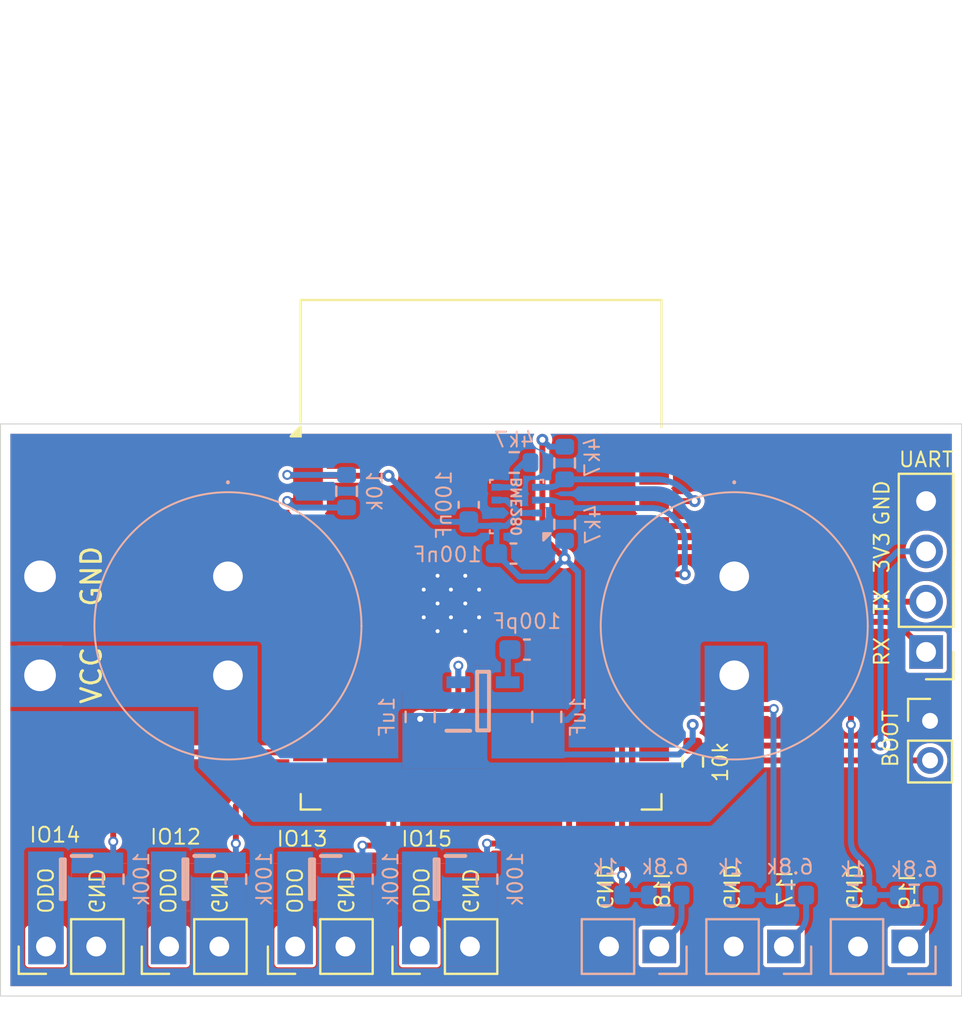
<source format=kicad_pcb>
(kicad_pcb (version 20241229) (generator "pcbnew") (generator_version "9.0")
  (layers (0 "F.Cu" signal) (2 "B.Cu" signal) (13 "F.Paste" user) (15 "B.Paste" user) (5 "F.SilkS" user "F.Silkscreen") (7 "B.SilkS" user "B.Silkscreen") (1 "F.Mask" user) (3 "B.Mask" user) (25 "Edge.Cuts" user))
  (net 0 "")
  (net 1 "Net-(U302-SDO)")
  (net 2 "BOOT")
  (net 3 "Net-(U301-EN)")
  (net 7 "SCL")
  (net 9 "SDA")
  (net 16 "TXD0")
  (net 20 "RXD0")
  (net 28 "+3V3")
  (net 29 "GND")
  (net 30 "EN")
  (net 31 "BYP{slash}ADJ")
  (net 32 "VCC")
  (net 33 "IO12")
  (net 34 "IO14")
  (net 35 "IO13")
  (net 36 "IO15")
  (net 37 "IO17")
  (net 38 "IO18")
  (net 39 "IO19")
  (net 40 "IO16")
  (net 41 "/IO/OpenDrainOutput/OpenDran")
  (net 42 "/IO/OpenDrainOutput1/OpenDran")
  (net 43 "/IO/OpenDrainOutput2/OpenDran")
  (net 44 "/IO/OpenDrainOutput3/OpenDran")
  (net 45 "Net-(J310-Pin_1)")
  (net 46 "Net-(J311-Pin_1)")
  (net 47 "Net-(J312-Pin_1)")
  (footprint "Connector_PinHeader_2.54mm:PinHeader_1x02_P2.54mm_Vertical" (layer "F.Cu") (at 118.4 76.9 90)
    (property "Reference" "J305" (hide yes))
    (property "Value" "OpenDrain")
    (pad "1" thru_hole rect (at 0 0 90) (size 1.7 1.7) (drill 1) (layers "*.Cu" "*.Mask") (net 41 "/IO/OpenDrainOutput/OpenDran"))
    (pad "2" thru_hole circle (at 0 2.54 90) (size 1.7 1.7) (drill 1) (layers "*.Cu" "*.Mask") (net 29 "GND"))
  )
  (footprint "Connector_Wire:SolderWire-0.75sqmm_1x01_D1.25mm_OD2.3mm" (layer "F.Cu") (at 118.1 63.2)
    (property "Reference" "J303" (hide yes))
    (property "Value" "VCC" (at 2.6 0 270) (layer "F.SilkS"))
    (pad "1" thru_hole roundrect (at 0 0) (size 2.6 2.6) (drill 1.6) (layers "*.Cu" "*.Mask") (roundrect_rratio 0.096154) (net 32 "VCC"))
  )
  (footprint "RF_Module:ESP32-WROOM-32D" (layer "F.Cu") (at 140.4 60.1)
    (property "Reference" "U301" (hide yes))
    (property "Value" "ESP32-WROOM-32E")
    (pad "1" smd rect (at -8.75 -8.25) (size 1.5 0.9) (layers "F.Cu" "F.Mask" "F.Paste") (net 29 "GND"))
    (pad "2" smd rect (at -8.75 -6.98) (size 1.5 0.9) (layers "F.Cu" "F.Mask" "F.Paste") (net 28 "+3V3"))
    (pad "3" smd rect (at -8.75 -5.71) (size 1.5 0.9) (layers "F.Cu" "F.Mask" "F.Paste") (net 3 "Net-(U301-EN)"))
    (pad "4" smd rect (at -8.75 -4.44) (size 1.5 0.9) (layers "F.Cu" "F.Mask" "F.Paste"))
    (pad "5" smd rect (at -8.75 -3.17) (size 1.5 0.9) (layers "F.Cu" "F.Mask" "F.Paste"))
    (pad "6" smd rect (at -8.75 -1.9) (size 1.5 0.9) (layers "F.Cu" "F.Mask" "F.Paste"))
    (pad "7" smd rect (at -8.75 -0.63) (size 1.5 0.9) (layers "F.Cu" "F.Mask" "F.Paste"))
    (pad "8" smd rect (at -8.75 0.64) (size 1.5 0.9) (layers "F.Cu" "F.Mask" "F.Paste"))
    (pad "9" smd rect (at -8.75 1.91) (size 1.5 0.9) (layers "F.Cu" "F.Mask" "F.Paste"))
    (pad "10" smd rect (at -8.75 3.18) (size 1.5 0.9) (layers "F.Cu" "F.Mask" "F.Paste"))
    (pad "11" smd rect (at -8.75 4.45) (size 1.5 0.9) (layers "F.Cu" "F.Mask" "F.Paste"))
    (pad "12" smd rect (at -8.75 5.72) (size 1.5 0.9) (layers "F.Cu" "F.Mask" "F.Paste"))
    (pad "13" smd rect (at -8.75 6.99) (size 1.5 0.9) (layers "F.Cu" "F.Mask" "F.Paste") (net 34 "IO14"))
    (pad "14" smd rect (at -8.75 8.26) (size 1.5 0.9) (layers "F.Cu" "F.Mask" "F.Paste") (net 33 "IO12"))
    (pad "15" smd rect (at -5.71 9.51 90) (size 1.5 0.9) (layers "F.Cu" "F.Mask" "F.Paste") (net 29 "GND"))
    (pad "16" smd rect (at -4.44 9.51 90) (size 1.5 0.9) (layers "F.Cu" "F.Mask" "F.Paste") (net 35 "IO13"))
    (pad "17" smd rect (at -3.17 9.51 90) (size 1.5 0.9) (layers "F.Cu" "F.Mask" "F.Paste"))
    (pad "18" smd rect (at -1.9 9.51 90) (size 1.5 0.9) (layers "F.Cu" "F.Mask" "F.Paste"))
    (pad "19" smd rect (at -0.63 9.51 90) (size 1.5 0.9) (layers "F.Cu" "F.Mask" "F.Paste"))
    (pad "20" smd rect (at 0.64 9.51 90) (size 1.5 0.9) (layers "F.Cu" "F.Mask" "F.Paste"))
    (pad "21" smd rect (at 1.91 9.51 90) (size 1.5 0.9) (layers "F.Cu" "F.Mask" "F.Paste"))
    (pad "22" smd rect (at 3.18 9.51 90) (size 1.5 0.9) (layers "F.Cu" "F.Mask" "F.Paste"))
    (pad "23" smd rect (at 4.45 9.51 90) (size 1.5 0.9) (layers "F.Cu" "F.Mask" "F.Paste") (net 36 "IO15"))
    (pad "24" smd rect (at 5.72 9.51 90) (size 1.5 0.9) (layers "F.Cu" "F.Mask" "F.Paste"))
    (pad "25" smd rect (at 8.75 8.26) (size 1.5 0.9) (layers "F.Cu" "F.Mask" "F.Paste") (net 2 "BOOT"))
    (pad "26" smd rect (at 8.75 6.99) (size 1.5 0.9) (layers "F.Cu" "F.Mask" "F.Paste"))
    (pad "27" smd rect (at 8.75 5.72) (size 1.5 0.9) (layers "F.Cu" "F.Mask" "F.Paste") (net 40 "IO16"))
    (pad "28" smd rect (at 8.75 4.45) (size 1.5 0.9) (layers "F.Cu" "F.Mask" "F.Paste") (net 37 "IO17"))
    (pad "29" smd rect (at 8.75 3.18) (size 1.5 0.9) (layers "F.Cu" "F.Mask" "F.Paste"))
    (pad "30" smd rect (at 8.75 1.91) (size 1.5 0.9) (layers "F.Cu" "F.Mask" "F.Paste") (net 38 "IO18"))
    (pad "31" smd rect (at 8.75 0.64) (size 1.5 0.9) (layers "F.Cu" "F.Mask" "F.Paste") (net 39 "IO19"))
    (pad "32" smd rect (at 8.75 -0.63) (size 1.5 0.9) (layers "F.Cu" "F.Mask" "F.Paste"))
    (pad "33" smd rect (at 8.75 -1.9) (size 1.5 0.9) (layers "F.Cu" "F.Mask" "F.Paste") (net 9 "SDA"))
    (pad "34" smd rect (at 8.75 -3.17) (size 1.5 0.9) (layers "F.Cu" "F.Mask" "F.Paste") (net 20 "RXD0"))
    (pad "35" smd rect (at 8.75 -4.44) (size 1.5 0.9) (layers "F.Cu" "F.Mask" "F.Paste") (net 16 "TXD0"))
    (pad "36" smd rect (at 8.75 -5.71) (size 1.5 0.9) (layers "F.Cu" "F.Mask" "F.Paste") (net 7 "SCL"))
    (pad "37" smd rect (at 8.75 -6.98) (size 1.5 0.9) (layers "F.Cu" "F.Mask" "F.Paste"))
    (pad "38" smd rect (at 8.75 -8.25) (size 1.5 0.9) (layers "F.Cu" "F.Mask" "F.Paste") (net 29 "GND"))
    (pad "39" smd rect (at -2.9 -1.93) (size 0.9 0.9) (layers "F.Cu" "F.Paste") (net 29 "GND"))
    (pad "39" thru_hole circle (at -2.9 -1.23) (size 0.6 0.6) (drill 0.2) (property pad_prop_heatsink) (layers "*.Cu" "F.Mask") (net 29 "GND"))
    (pad "39" smd rect (at -2.9 -0.53) (size 0.9 0.9) (layers "F.Cu" "F.Paste") (net 29 "GND"))
    (pad "39" thru_hole circle (at -2.9 0.17) (size 0.6 0.6) (drill 0.2) (property pad_prop_heatsink) (layers "*.Cu" "F.Mask") (net 29 "GND"))
    (pad "39" smd rect (at -2.9 0.87) (size 0.9 0.9) (layers "F.Cu" "F.Paste") (net 29 "GND"))
    (pad "39" thru_hole circle (at -2.2 -1.93) (size 0.6 0.6) (drill 0.2) (property pad_prop_heatsink) (layers "*.Cu" "F.Mask") (net 29 "GND"))
    (pad "39" thru_hole circle (at -2.2 -0.53) (size 0.6 0.6) (drill 0.2) (property pad_prop_heatsink) (layers "*.Cu" "F.Mask") (net 29 "GND"))
    (pad "39" thru_hole circle (at -2.2 0.87) (size 0.6 0.6) (drill 0.2) (property pad_prop_heatsink) (layers "*.Cu" "F.Mask") (net 29 "GND"))
    (pad "39" thru_hole circle (at -1.525 -1.23) (size 0.6 0.6) (drill 0.2) (property pad_prop_heatsink) (layers "*.Cu" "F.Mask") (net 29 "GND"))
    (pad "39" thru_hole circle (at -1.525 0.17) (size 0.6 0.6) (drill 0.2) (property pad_prop_heatsink) (layers "*.Cu" "F.Mask") (net 29 "GND"))
    (pad "39" smd rect (at -1.5 -1.93) (size 0.9 0.9) (layers "F.Cu" "F.Paste") (net 29 "GND"))
    (pad "39" smd rect (at -1.5 -0.53) (size 0.9 0.9) (layers "F.Cu" "F.Paste") (net 29 "GND"))
    (pad "39" smd rect (at -1.5 -0.53) (size 3.8 3.8) (property pad_prop_heatsink) (layers "F.Cu" "F.Mask") (net 29 "GND"))
    (pad "39" smd rect (at -1.5 0.87) (size 0.9 0.9) (layers "F.Cu" "F.Paste") (net 29 "GND"))
    (pad "39" thru_hole circle (at -0.8 -1.93) (size 0.6 0.6) (drill 0.2) (property pad_prop_heatsink) (layers "*.Cu" "F.Mask") (net 29 "GND"))
    (pad "39" thru_hole circle (at -0.8 -0.53) (size 0.6 0.6) (drill 0.2) (property pad_prop_heatsink) (layers "*.Cu" "F.Mask") (net 29 "GND"))
    (pad "39" thru_hole circle (at -0.8 0.87) (size 0.6 0.6) (drill 0.2) (property pad_prop_heatsink) (layers "*.Cu" "F.Mask") (net 29 "GND"))
    (pad "39" smd rect (at -0.1 -1.93) (size 0.9 0.9) (layers "F.Cu" "F.Paste") (net 29 "GND"))
    (pad "39" thru_hole circle (at -0.1 -1.23) (size 0.6 0.6) (drill 0.2) (property pad_prop_heatsink) (layers "*.Cu" "F.Mask") (net 29 "GND"))
    (pad "39" smd rect (at -0.1 -0.53) (size 0.9 0.9) (layers "F.Cu" "F.Paste") (net 29 "GND"))
    (pad "39" thru_hole circle (at -0.1 0.17) (size 0.6 0.6) (drill 0.2) (property pad_prop_heatsink) (layers "*.Cu" "F.Mask") (net 29 "GND"))
    (pad "39" smd rect (at -0.1 0.87) (size 0.9 0.9) (layers "F.Cu" "F.Paste") (net 29 "GND"))
    (zone (net 0) (net_name "") (layers "F.Cu" "B.Cu") (connect_pads (clearance 0)) (min_thickness 0.254)
      (keepout (tracks not_allowed) (vias not_allowed) (pads not_allowed) (copperpour not_allowed) (footprints not_allowed))
      (fill (thermal_gap 0.508) (thermal_bridge_width 0.508))
      (polygon (pts (xy 116.4 50.55) (xy 164.4 50.55) (xy 164.4 29.36) (xy 116.4 29.36)))
    )
  )
  (footprint "Connector_PinHeader_2.54mm:PinHeader_1x02_P2.54mm_Vertical" (layer "F.Cu") (at 131 76.9 90)
    (property "Reference" "J307" (hide yes))
    (property "Value" "OpenDrain")
    (pad "1" thru_hole rect (at 0 0 90) (size 1.7 1.7) (drill 1) (layers "*.Cu" "*.Mask") (net 43 "/IO/OpenDrainOutput2/OpenDran"))
    (pad "2" thru_hole circle (at 0 2.54 90) (size 1.7 1.7) (drill 1) (layers "*.Cu" "*.Mask") (net 29 "GND"))
  )
  (footprint "Connector_PinHeader_2.00mm:PinHeader_1x02_P2.00mm_Vertical" (layer "F.Cu") (at 163.1 65.5)
    (property "Reference" "J301" (hide yes))
    (property "Value" "BOOT" (at -2 0.9 90) (layer "F.SilkS") (effects (font (size 0.75 0.75) (thickness 0.1))))
    (pad "1" thru_hole rect (at 0 0) (size 1.35 1.35) (drill 0.8) (layers "*.Cu" "*.Mask") (net 29 "GND"))
    (pad "2" thru_hole circle (at 0 2) (size 1.35 1.35) (drill 0.8) (layers "*.Cu" "*.Mask") (net 2 "BOOT"))
  )
  (footprint "Nettie_Jan:NetTie-2_SMD_Pad0.3mm" (layer "F.Cu") (at 138.219332 65.4 180)
    (property "Reference" "NT301" (hide yes))
    (property "Value" "0.3" (hide yes))
    (fp_poly (pts (xy -0.5 -0.15) (xy 0.5 -0.15) (xy 0.5 0.15) (xy -0.5 0.15)) (fill yes) (layer "F.Cu"))
    (pad "1" smd circle (at -0.5 0 180) (size 0.3 0.3) (layers "F.Cu") (net 30 "EN"))
    (pad "2" smd circle (at 0.5 0 180) (size 0.3 0.3) (layers "F.Cu") (net 32 "VCC"))
  )
  (footprint "Connector_PinHeader_2.54mm:PinHeader_1x02_P2.54mm_Vertical" (layer "F.Cu") (at 124.625 76.9 90)
    (property "Reference" "J306" (hide yes))
    (property "Value" "OpenDrain")
    (pad "1" thru_hole rect (at 0 0 90) (size 1.7 1.7) (drill 1) (layers "*.Cu" "*.Mask") (net 42 "/IO/OpenDrainOutput1/OpenDran"))
    (pad "2" thru_hole circle (at 0 2.54 90) (size 1.7 1.7) (drill 1) (layers "*.Cu" "*.Mask") (net 29 "GND"))
  )
  (footprint "Connector_PinHeader_2.54mm:PinHeader_1x02_P2.54mm_Vertical" (layer "F.Cu") (at 137.3 76.9 90)
    (property "Reference" "J308" (hide yes))
    (property "Value" "OpenDrain")
    (pad "1" thru_hole rect (at 0 0 90) (size 1.7 1.7) (drill 1) (layers "*.Cu" "*.Mask") (net 44 "/IO/OpenDrainOutput3/OpenDran"))
    (pad "2" thru_hole circle (at 0 2.54 90) (size 1.7 1.7) (drill 1) (layers "*.Cu" "*.Mask") (net 29 "GND"))
  )
  (footprint "Connector_Wire:SolderWire-0.75sqmm_1x01_D1.25mm_OD2.3mm" (layer "F.Cu") (at 118.1 58.2)
    (property "Reference" "J304" (hide yes))
    (property "Value" "GND" (at 2.6 0 270) (layer "F.SilkS"))
    (pad "1" thru_hole roundrect (at 0 0) (size 2.6 2.6) (drill 1.6) (layers "*.Cu" "*.Mask") (roundrect_rratio 0.096154) (net 29 "GND"))
  )
  (footprint "Connector_PinHeader_2.54mm:PinHeader_1x04_P2.54mm_Vertical" (layer "F.Cu") (at 162.9 62.02 180)
    (property "Reference" "J302" (hide yes))
    (property "Value" "UART" (at 0 9.72 180) (layer "F.SilkS") (effects (font (size 0.75 0.75) (thickness 0.1))))
    (pad "1" thru_hole rect (at 0 0 180) (size 1.7 1.7) (drill 1) (layers "*.Cu" "*.Mask") (net 20 "RXD0"))
    (pad "2" thru_hole circle (at 0 2.54 180) (size 1.7 1.7) (drill 1) (layers "*.Cu" "*.Mask") (net 16 "TXD0"))
    (pad "3" thru_hole circle (at 0 5.08 180) (size 1.7 1.7) (drill 1) (layers "*.Cu" "*.Mask") (net 28 "+3V3"))
    (pad "4" thru_hole circle (at 0 7.62 180) (size 1.7 1.7) (drill 1) (layers "*.Cu" "*.Mask") (net 29 "GND"))
  )
  (footprint "Resistor_SMD:R_0603_1608Metric" (layer "F.Cu") (at 151.1 67.575 -90)
    (property "Reference" "RE_BOOT301" (hide yes))
    (property "Value" "10k" (at 0 -1.4 90) (layer "F.SilkS") (effects (font (size 0.75 0.75) (thickness 0.1))))
    (pad "1" smd roundrect (at -0.825 0 270) (size 0.8 0.95) (layers "F.Cu" "F.Mask" "F.Paste") (net 28 "+3V3"))
    (pad "2" smd roundrect (at 0.825 0 270) (size 0.8 0.95) (layers "F.Cu" "F.Mask" "F.Paste") (net 2 "BOOT"))
  )
  (footprint "Resistor_SMD:R_0603_1608Metric" (layer "B.Cu") (at 142.075 52.45)
    (property "Reference" "R301" (hide yes))
    (property "Value" "4k7" (at 0 -1.15 0) (layer "B.SilkS") (effects (font (size 0.75 0.75) (thickness 0.1)) (justify mirror)))
    (pad "1" smd roundrect (at -0.825 0) (size 0.8 0.95) (layers "B.Cu" "B.Mask" "B.Paste") (net 29 "GND"))
    (pad "2" smd roundrect (at 0.825 0) (size 0.8 0.95) (layers "B.Cu" "B.Mask" "B.Paste") (net 1 "Net-(U302-SDO)"))
  )
  (footprint "Resistor_SMD:R_0603_1608Metric" (layer "B.Cu") (at 149.71 74.3 180)
    (property "Reference" "R312" (hide yes))
    (property "Value" "6.8k" (at 0.01 1.425 0) (layer "B.SilkS") (effects (font (size 0.75 0.75) (thickness 0.1)) (justify mirror)))
    (pad "1" smd roundrect (at -0.825 0 180) (size 0.8 0.95) (layers "B.Cu" "B.Mask" "B.Paste") (net 46 "Net-(J311-Pin_1)"))
    (pad "2" smd roundrect (at 0.825 0 180) (size 0.8 0.95) (layers "B.Cu" "B.Mask" "B.Paste") (net 38 "IO18"))
  )
  (footprint "LibKiCad:SOT65P210X110-3N" (layer "B.Cu") (at 125.45 73.499547 180)
    (property "Reference" "Q302" (hide yes))
    (property "Value" "NX5020UNBKWX" (hide yes))
    (pad "1" smd rect (at -0.95 0.65 90) (size 0.55 1) (layers "B.Cu" "B.Mask" "B.Paste") (net 33 "IO12"))
    (pad "2" smd rect (at -0.95 -0.65 90) (size 0.55 1) (layers "B.Cu" "B.Mask" "B.Paste") (net 29 "GND"))
    (pad "3" smd rect (at 0.95 0 90) (size 0.55 1) (layers "B.Cu" "B.Mask" "B.Paste") (net 42 "/IO/OpenDrainOutput1/OpenDran"))
  )
  (footprint "LibKiCad:SOT65P210X110-3N" (layer "B.Cu") (at 131.85 73.5 180)
    (property "Reference" "Q303" (hide yes))
    (property "Value" "NX5020UNBKWX" (hide yes))
    (pad "1" smd rect (at -0.95 0.65 90) (size 0.55 1) (layers "B.Cu" "B.Mask" "B.Paste") (net 35 "IO13"))
    (pad "2" smd rect (at -0.95 -0.65 90) (size 0.55 1) (layers "B.Cu" "B.Mask" "B.Paste") (net 29 "GND"))
    (pad "3" smd rect (at 0.95 0 90) (size 0.55 1) (layers "B.Cu" "B.Mask" "B.Paste") (net 43 "/IO/OpenDrainOutput2/OpenDran"))
  )
  (footprint "Resistor_SMD:R_0603_1608Metric" (layer "B.Cu") (at 121.8 73.5 -90)
    (property "Reference" "R304" (hide yes))
    (property "Value" "100k" (at 0 -1.43 90) (layer "B.SilkS") (effects (font (size 0.75 0.75) (thickness 0.1)) (justify mirror)))
    (pad "1" smd roundrect (at -0.825 0 270) (size 0.8 0.95) (layers "B.Cu" "B.Mask" "B.Paste") (net 34 "IO14"))
    (pad "2" smd roundrect (at 0.825 0 270) (size 0.8 0.95) (layers "B.Cu" "B.Mask" "B.Paste") (net 29 "GND"))
  )
  (footprint "Resistor_SMD:R_0603_1608Metric" (layer "B.Cu") (at 128 73.499547 -90)
    (property "Reference" "R305" (hide yes))
    (property "Value" "100k" (at 0 -1.43 90) (layer "B.SilkS") (effects (font (size 0.75 0.75) (thickness 0.1)) (justify mirror)))
    (pad "1" smd roundrect (at -0.825 0 270) (size 0.8 0.95) (layers "B.Cu" "B.Mask" "B.Paste") (net 33 "IO12"))
    (pad "2" smd roundrect (at 0.825 0 270) (size 0.8 0.95) (layers "B.Cu" "B.Mask" "B.Paste") (net 29 "GND"))
  )
  (footprint "Capacitor_SMD:C_0805_2012Metric_Pad1.18x1.45mm_HandSolder" (layer "B.Cu") (at 143.719332 65.3 90)
    (property "Reference" "C306" (hide yes))
    (property "Value" "1uF" (at 0 1.580668 90) (layer "B.SilkS") (effects (font (size 0.75 0.75) (thickness 0.1)) (justify mirror)))
    (pad "1" smd roundrect (at -1.0375 0 90) (size 1.175 1.45) (layers "B.Cu" "B.Mask" "B.Paste") (roundrect_rratio 0.212766) (net 28 "+3V3"))
    (pad "2" smd roundrect (at 1.0375 0 90) (size 1.175 1.45) (layers "B.Cu" "B.Mask" "B.Paste") (roundrect_rratio 0.212766) (net 29 "GND"))
  )
  (footprint "LibKiCad:SOT65P210X110-3N" (layer "B.Cu") (at 119.25 73.5 180)
    (property "Reference" "Q301" (hide yes))
    (property "Value" "NX5020UNBKWX" (hide yes))
    (pad "1" smd rect (at -0.95 0.65 90) (size 0.55 1) (layers "B.Cu" "B.Mask" "B.Paste") (net 34 "IO14"))
    (pad "2" smd rect (at -0.95 -0.65 90) (size 0.55 1) (layers "B.Cu" "B.Mask" "B.Paste") (net 29 "GND"))
    (pad "3" smd rect (at 0.95 0 90) (size 0.55 1) (layers "B.Cu" "B.Mask" "B.Paste") (net 41 "/IO/OpenDrainOutput/OpenDran"))
  )
  (footprint "Connector_PinHeader_2.54mm:PinHeader_1x02_P2.54mm_Vertical" (layer "B.Cu") (at 155.71 76.9 90)
    (property "Reference" "J310" (hide yes))
    (property "Value" "Analog")
    (pad "1" thru_hole rect (at 0 0 90) (size 1.7 1.7) (drill 1) (layers "*.Cu" "*.Mask") (net 45 "Net-(J310-Pin_1)"))
    (pad "2" thru_hole circle (at 0 -2.54 90) (size 1.7 1.7) (drill 1) (layers "*.Cu" "*.Mask") (net 29 "GND"))
  )
  (footprint "Resistor_SMD:R_0603_1608Metric" (layer "B.Cu") (at 144.625 52.475 90)
    (property "Reference" "R302" (hide yes))
    (property "Value" "4k7" (at 0.3 1.4 90) (layer "B.SilkS") (effects (font (size 0.75 0.75) (thickness 0.1)) (justify mirror)))
    (pad "1" smd roundrect (at -0.825 0 90) (size 0.8 0.95) (layers "B.Cu" "B.Mask" "B.Paste") (net 7 "SCL"))
    (pad "2" smd roundrect (at 0.825 0 90) (size 0.8 0.95) (layers "B.Cu" "B.Mask" "B.Paste") (net 28 "+3V3"))
  )
  (footprint "Resistor_SMD:R_0603_1608Metric" (layer "B.Cu") (at 156.01 74.3 180)
    (property "Reference" "R310" (hide yes))
    (property "Value" "6.8k" (at 0 1.425 0) (layer "B.SilkS") (effects (font (size 0.75 0.75) (thickness 0.1)) (justify mirror)))
    (pad "1" smd roundrect (at -0.825 0 180) (size 0.8 0.95) (layers "B.Cu" "B.Mask" "B.Paste") (net 45 "Net-(J310-Pin_1)"))
    (pad "2" smd roundrect (at 0.825 0 180) (size 0.8 0.95) (layers "B.Cu" "B.Mask" "B.Paste") (net 37 "IO17"))
  )
  (footprint "Resistor_SMD:R_0603_1608Metric" (layer "B.Cu") (at 159.2 74.3 180)
    (property "Reference" "R315" (hide yes))
    (property "Value" "1k" (at 0 1.3 0) (layer "B.SilkS") (effects (font (size 0.75 0.75) (thickness 0.1)) (justify mirror)))
    (pad "1" smd roundrect (at -0.825 0 180) (size 0.8 0.95) (layers "B.Cu" "B.Mask" "B.Paste") (net 39 "IO19"))
    (pad "2" smd roundrect (at 0.825 0 180) (size 0.8 0.95) (layers "B.Cu" "B.Mask" "B.Paste") (net 29 "GND"))
  )
  (footprint "Capacitor_SMD:C_0603_1608Metric_Pad1.08x0.95mm_HandSolder" (layer "B.Cu") (at 142.0375 57.05)
    (property "Reference" "C301" (hide yes))
    (property "Value" "100nF" (at -3.3375 0.05 0) (layer "B.SilkS") (effects (font (size 0.75 0.75) (thickness 0.1)) (justify mirror)))
    (pad "1" smd roundrect (at -0.8625 0) (size 1.075 0.95) (layers "B.Cu" "B.Mask" "B.Paste") (net 28 "+3V3"))
    (pad "2" smd roundrect (at 0.8625 0) (size 1.075 0.95) (layers "B.Cu" "B.Mask" "B.Paste") (net 29 "GND"))
  )
  (footprint "Capacitor_SMD:C_0603_1608Metric_Pad1.08x0.95mm_HandSolder" (layer "B.Cu") (at 139.775 54.5875 90)
    (property "Reference" "C302" (hide yes))
    (property "Value" "100nF" (at 0 -1.25 90) (layer "B.SilkS") (effects (font (size 0.75 0.75) (thickness 0.1)) (justify mirror)))
    (pad "1" smd roundrect (at -0.8625 0 90) (size 1.075 0.95) (layers "B.Cu" "B.Mask" "B.Paste") (net 28 "+3V3"))
    (pad "2" smd roundrect (at 0.8625 0 90) (size 1.075 0.95) (layers "B.Cu" "B.Mask" "B.Paste") (net 29 "GND"))
  )
  (footprint "Resistor_SMD:R_0603_1608Metric" (layer "B.Cu") (at 146.7 74.3 180)
    (property "Reference" "R313" (hide yes))
    (property "Value" "1k" (at 0.01 1.425 0) (layer "B.SilkS") (effects (font (size 0.75 0.75) (thickness 0.1)) (justify mirror)))
    (pad "1" smd roundrect (at -0.825 0 180) (size 0.8 0.95) (layers "B.Cu" "B.Mask" "B.Paste") (net 38 "IO18"))
    (pad "2" smd roundrect (at 0.825 0 180) (size 0.8 0.95) (layers "B.Cu" "B.Mask" "B.Paste") (net 29 "GND"))
  )
  (footprint "Resistor_SMD:R_0603_1608Metric" (layer "B.Cu") (at 134.4 73.5 -90)
    (property "Reference" "R306" (hide yes))
    (property "Value" "100k" (at 0 -1.43 90) (layer "B.SilkS") (effects (font (size 0.75 0.75) (thickness 0.1)) (justify mirror)))
    (pad "1" smd roundrect (at -0.825 0 270) (size 0.8 0.95) (layers "B.Cu" "B.Mask" "B.Paste") (net 35 "IO13"))
    (pad "2" smd roundrect (at 0.825 0 270) (size 0.8 0.95) (layers "B.Cu" "B.Mask" "B.Paste") (net 29 "GND"))
  )
  (footprint "Resistor_SMD:R_0603_1608Metric" (layer "B.Cu") (at 162.3 74.3 180)
    (property "Reference" "R314" (hide yes))
    (property "Value" "6.8k" (at 0 1.3 0) (layer "B.SilkS") (effects (font (size 0.75 0.75) (thickness 0.1)) (justify mirror)))
    (pad "1" smd roundrect (at -0.825 0 180) (size 0.8 0.95) (layers "B.Cu" "B.Mask" "B.Paste") (net 47 "Net-(J312-Pin_1)"))
    (pad "2" smd roundrect (at 0.825 0 180) (size 0.8 0.95) (layers "B.Cu" "B.Mask" "B.Paste") (net 39 "IO19"))
  )
  (footprint "Capacitor_SMD:C_0805_2012Metric_Pad1.18x1.45mm_HandSolder" (layer "B.Cu") (at 137.319332 65.3 90)
    (property "Reference" "C305" (hide yes))
    (property "Value" "1uF" (at 0 -1.68 90) (layer "B.SilkS") (effects (font (size 0.75 0.75) (thickness 0.1)) (justify mirror)))
    (pad "1" smd roundrect (at -1.0375 0 90) (size 1.175 1.45) (layers "B.Cu" "B.Mask" "B.Paste") (roundrect_rratio 0.212766) (net 32 "VCC"))
    (pad "2" smd roundrect (at 1.0375 0 90) (size 1.175 1.45) (layers "B.Cu" "B.Mask" "B.Paste") (roundrect_rratio 0.212766) (net 29 "GND"))
  )
  (footprint "Package_LGA:Bosch_LGA-8_2.5x2.5mm_P0.65mm_ClockwisePinNumbering" (layer "B.Cu") (at 142.2 54.675 90)
    (property "Reference" "U302" (hide yes))
    (property "Value" "BME280" (at 0 0 90) (layer "B.SilkS") (effects (font (size 0.5 0.5) (thickness 0.1)) (justify mirror)))
    (pad "1" smd rect (at -0.975 1.025) (size 0.5 0.35) (layers "B.Cu" "B.Mask" "B.Paste") (net 29 "GND"))
    (pad "2" smd rect (at -0.325 1.025) (size 0.5 0.35) (layers "B.Cu" "B.Mask" "B.Paste") (net 28 "+3V3"))
    (pad "3" smd rect (at 0.325 1.025) (size 0.5 0.35) (layers "B.Cu" "B.Mask" "B.Paste") (net 9 "SDA"))
    (pad "4" smd rect (at 0.975 1.025) (size 0.5 0.35) (layers "B.Cu" "B.Mask" "B.Paste") (net 7 "SCL"))
    (pad "5" smd rect (at 0.975 -1.025) (size 0.5 0.35) (layers "B.Cu" "B.Mask" "B.Paste") (net 1 "Net-(U302-SDO)"))
    (pad "6" smd rect (at 0.325 -1.025) (size 0.5 0.35) (layers "B.Cu" "B.Mask" "B.Paste") (net 28 "+3V3"))
    (pad "7" smd rect (at -0.325 -1.025) (size 0.5 0.35) (layers "B.Cu" "B.Mask" "B.Paste") (net 29 "GND"))
    (pad "8" smd rect (at -0.975 -1.025) (size 0.5 0.35) (layers "B.Cu" "B.Mask" "B.Paste") (net 28 "+3V3"))
  )
  (footprint "Connector_PinHeader_2.54mm:PinHeader_1x02_P2.54mm_Vertical" (layer "B.Cu") (at 149.41 76.9 90)
    (property "Reference" "J311" (hide yes))
    (property "Value" "Analog")
    (pad "1" thru_hole rect (at 0 0 90) (size 1.7 1.7) (drill 1) (layers "*.Cu" "*.Mask") (net 46 "Net-(J311-Pin_1)"))
    (pad "2" thru_hole circle (at 0 -2.54 90) (size 1.7 1.7) (drill 1) (layers "*.Cu" "*.Mask") (net 29 "GND"))
  )
  (footprint "Resistor_SMD:R_0603_1608Metric" (layer "B.Cu") (at 140.7 73.5 -90)
    (property "Reference" "R307" (hide yes))
    (property "Value" "100k" (at 0 -1.43 90) (layer "B.SilkS") (effects (font (size 0.75 0.75) (thickness 0.1)) (justify mirror)))
    (pad "1" smd roundrect (at -0.825 0 270) (size 0.8 0.95) (layers "B.Cu" "B.Mask" "B.Paste") (net 36 "IO15"))
    (pad "2" smd roundrect (at 0.825 0 270) (size 0.8 0.95) (layers "B.Cu" "B.Mask" "B.Paste") (net 29 "GND"))
  )
  (footprint "RSCB11045R5G07014T:RSCB11045R5G07014T" (layer "B.Cu") (at 153.2 63.2 180)
    (property "Reference" "C304" (hide yes))
    (property "Value" "RSCB11045R5G07014T" (hide yes))
    (pad "1" thru_hole rect (at 0 0 180) (size 2.25 2.25) (drill 1.5) (layers "*.Cu" "*.Mask") (net 32 "VCC"))
    (pad "2" thru_hole circle (at 0 5 180) (size 2.25 2.25) (drill 1.5) (layers "*.Cu" "*.Mask") (net 29 "GND"))
  )
  (footprint "RSCB11045R5G07014T:RSCB11045R5G07014T" (layer "B.Cu") (at 127.6 63.2 180)
    (property "Reference" "C303" (hide yes))
    (property "Value" "RSCB11045R5G07014T" (hide yes))
    (pad "1" thru_hole rect (at 0 0 180) (size 2.25 2.25) (drill 1.5) (layers "*.Cu" "*.Mask") (net 32 "VCC"))
    (pad "2" thru_hole circle (at 0 5 180) (size 2.25 2.25) (drill 1.5) (layers "*.Cu" "*.Mask") (net 29 "GND"))
  )
  (footprint "Connector_PinHeader_2.54mm:PinHeader_1x02_P2.54mm_Vertical" (layer "B.Cu") (at 162 76.9 90)
    (property "Reference" "J312" (hide yes))
    (property "Value" "Analog")
    (pad "1" thru_hole rect (at 0 0 90) (size 1.7 1.7) (drill 1) (layers "*.Cu" "*.Mask") (net 47 "Net-(J312-Pin_1)"))
    (pad "2" thru_hole circle (at 0 -2.54 90) (size 1.7 1.7) (drill 1) (layers "*.Cu" "*.Mask") (net 29 "GND"))
  )
  (footprint "Capacitor_SMD:C_0603_1608Metric_Pad1.08x0.95mm_HandSolder" (layer "B.Cu") (at 142.719332 61.9)
    (property "Reference" "C307" (hide yes))
    (property "Value" "100pF" (at 0 -1.43 0) (layer "B.SilkS") (effects (font (size 0.75 0.75) (thickness 0.1)) (justify mirror)))
    (pad "1" smd roundrect (at -0.8625 0) (size 1.075 0.95) (layers "B.Cu" "B.Mask" "B.Paste") (net 31 "BYP{slash}ADJ"))
    (pad "2" smd roundrect (at 0.8625 0) (size 1.075 0.95) (layers "B.Cu" "B.Mask" "B.Paste") (net 29 "GND"))
  )
  (footprint "LibKiCad:SOT65P210X110-3N" (layer "B.Cu") (at 138.15 73.5 180)
    (property "Reference" "Q304" (hide yes))
    (property "Value" "NX5020UNBKWX" (hide yes))
    (pad "1" smd rect (at -0.95 0.65 90) (size 0.55 1) (layers "B.Cu" "B.Mask" "B.Paste") (net 36 "IO15"))
    (pad "2" smd rect (at -0.95 -0.65 90) (size 0.55 1) (layers "B.Cu" "B.Mask" "B.Paste") (net 29 "GND"))
    (pad "3" smd rect (at 0.95 0 90) (size 0.55 1) (layers "B.Cu" "B.Mask" "B.Paste") (net 44 "/IO/OpenDrainOutput3/OpenDran"))
  )
  (footprint "Resistor_SMD:R_0603_1608Metric" (layer "B.Cu") (at 144.625 55.575 -90)
    (property "Reference" "R303" (hide yes))
    (property "Value" "4k7" (at 0 -1.43 90) (layer "B.SilkS") (effects (font (size 0.75 0.75) (thickness 0.1)) (justify mirror)))
    (pad "1" smd roundrect (at -0.825 0 270) (size 0.8 0.95) (layers "B.Cu" "B.Mask" "B.Paste") (net 9 "SDA"))
    (pad "2" smd roundrect (at 0.825 0 270) (size 0.8 0.95) (layers "B.Cu" "B.Mask" "B.Paste") (net 28 "+3V3"))
  )
  (footprint "LibKiCad:SOT95P282X145-5N" (layer "B.Cu") (at 140.5 64.5)
    (property "Reference" "IC301" (hide yes))
    (property "Value" "AP2210K-3.3TRG1" (hide yes))
    (pad "1" smd rect (at -1.25 0.95 270) (size 0.6 1.2) (layers "B.Cu" "B.Mask" "B.Paste") (net 32 "VCC"))
    (pad "2" smd rect (at -1.25 0 270) (size 0.6 1.2) (layers "B.Cu" "B.Mask" "B.Paste") (net 29 "GND"))
    (pad "3" smd rect (at -1.25 -0.95 270) (size 0.6 1.2) (layers "B.Cu" "B.Mask" "B.Paste") (net 30 "EN"))
    (pad "4" smd rect (at 1.25 -0.95 270) (size 0.6 1.2) (layers "B.Cu" "B.Mask" "B.Paste") (net 31 "BYP{slash}ADJ"))
    (pad "5" smd rect (at 1.25 0.95 270) (size 0.6 1.2) (layers "B.Cu" "B.Mask" "B.Paste") (net 28 "+3V3"))
  )
  (footprint "Resistor_SMD:R_0603_1608Metric" (layer "B.Cu") (at 133.6 53.9 -90)
    (property "Reference" "RE_ESP301" (hide yes))
    (property "Value" "10k" (at 0 -1.43 90) (layer "B.SilkS") (effects (font (size 0.75 0.75) (thickness 0.1)) (justify mirror)))
    (pad "1" smd roundrect (at -0.825 0 270) (size 0.8 0.95) (layers "B.Cu" "B.Mask" "B.Paste") (net 28 "+3V3"))
    (pad "2" smd roundrect (at 0.825 0 270) (size 0.8 0.95) (layers "B.Cu" "B.Mask" "B.Paste") (net 3 "Net-(U301-EN)"))
  )
  (footprint "Resistor_SMD:R_0603_1608Metric" (layer "B.Cu") (at 153.01 74.3 180)
    (property "Reference" "R311" (hide yes))
    (property "Value" "1k" (at 0 1.425 0) (layer "B.SilkS") (effects (font (size 0.75 0.75) (thickness 0.1)) (justify mirror)))
    (pad "1" smd roundrect (at -0.825 0 180) (size 0.8 0.95) (layers "B.Cu" "B.Mask" "B.Paste") (net 37 "IO17"))
    (pad "2" smd roundrect (at 0.825 0 180) (size 0.8 0.95) (layers "B.Cu" "B.Mask" "B.Paste") (net 29 "GND"))
  )
  (gr_rect (start 116.1 50.5) (end 164.7 79.4) (stroke (width 0.05)) (fill no) (layer "Edge.Cuts"))
  (gr_text "IO13" (at 130 71.9 0) (layer "F.SilkS") (effects (font (size 0.75 0.75) (thickness 0.1)) (justify left bottom)))
  (gr_text "I17" (at 156.2 73 90) (layer "F.SilkS") (effects (font (size 0.75 0.75) (thickness 0.1)) (justify left bottom mirror)))
  (gr_text "GND" (at 158.8 75.1 270) (layer "F.SilkS") (effects (font (size 0.75 0.75) (thickness 0.1)) (justify left bottom mirror)))
  (gr_text "RX" (at 161.1 62.8 90) (layer "F.SilkS") (effects (font (size 0.75 0.75) (thickness 0.1)) (justify left bottom)))
  (gr_text "GND" (at 133.1 75.3 270) (layer "F.SilkS") (effects (font (size 0.75 0.75) (thickness 0.1)) (justify left bottom mirror)))
  (gr_text "TX" (at 161.1 60.2 90) (layer "F.SilkS") (effects (font (size 0.75 0.75) (thickness 0.1)) (justify left bottom)))
  (gr_text "GND" (at 139.4 75.3 270) (layer "F.SilkS") (effects (font (size 0.75 0.75) (thickness 0.1)) (justify left bottom mirror)))
  (gr_text "ODO" (at 136.9 75.3 270) (layer "F.SilkS") (effects (font (size 0.75 0.75) (thickness 0.1)) (justify left bottom mirror)))
  (gr_text "IO15" (at 136.3 71.9 0) (layer "F.SilkS") (effects (font (size 0.75 0.75) (thickness 0.1)) (justify left bottom)))
  (gr_text "ODO" (at 130.5 75.3 270) (layer "F.SilkS") (effects (font (size 0.75 0.75) (thickness 0.1)) (justify left bottom mirror)))
  (gr_text "ODO" (at 124.1 75.3 270) (layer "F.SilkS") (effects (font (size 0.75 0.75) (thickness 0.1)) (justify left bottom mirror)))
  (gr_text "I19" (at 162.4 73.2 90) (layer "F.SilkS") (effects (font (size 0.75 0.75) (thickness 0.1)) (justify left bottom mirror)))
  (gr_text "GND" (at 120.5 75.3 270) (layer "F.SilkS") (effects (font (size 0.75 0.75) (thickness 0.1)) (justify left bottom mirror)))
  (gr_text "I18" (at 150 73.1 90) (layer "F.SilkS") (effects (font (size 0.75 0.75) (thickness 0.1)) (justify left bottom mirror)))
  (gr_text "ODO" (at 117.9 75.3 270) (layer "F.SilkS") (effects (font (size 0.75 0.75) (thickness 0.1)) (justify left bottom mirror)))
  (gr_text "IO14" (at 117.5 71.7 0) (layer "F.SilkS") (effects (font (size 0.75 0.75) (thickness 0.1)) (justify left bottom)))
  (gr_text "3V3" (at 161.1 58.1 90) (layer "F.SilkS") (effects (font (size 0.75 0.75) (thickness 0.1)) (justify left bottom)))
  (gr_text "IO12" (at 123.6 71.8 0) (layer "F.SilkS") (effects (font (size 0.75 0.75) (thickness 0.1)) (justify left bottom)))
  (gr_text "GND" (at 152.6 75.1 270) (layer "F.SilkS") (effects (font (size 0.75 0.75) (thickness 0.1)) (justify left bottom mirror)))
  (gr_text "GND" (at 126.7 75.3 270) (layer "F.SilkS") (effects (font (size 0.75 0.75) (thickness 0.1)) (justify left bottom mirror)))
  (gr_text "GND" (at 161.1 55.7 90) (layer "F.SilkS") (effects (font (size 0.75 0.75) (thickness 0.1)) (justify left bottom)))
  (gr_text "GND" (at 146.2 75.1 270) (layer "F.SilkS") (effects (font (size 0.75 0.75) (thickness 0.1)) (justify left bottom mirror)))
  (segment (start 142.175 53.55) (end 142.175 52.85) (width 0.3) (layer "B.Cu") (net 1))
  (segment (start 142.9 52.45) (end 142.575 52.45) (width 0.3) (layer "B.Cu") (net 1))
  (segment (start 142.575 52.45) (end 142.175 52.85) (width 0.3) (layer "B.Cu") (net 1))
  (segment (start 142.025 53.7) (end 142.175 53.55) (width 0.3) (layer "B.Cu") (net 1))
  (segment (start 141.175 53.7) (end 142.025 53.7) (width 0.3) (layer "B.Cu") (net 1))
  (segment (start 163.1 67.5) (end 153 67.5) (width 0.3) (layer "F.Cu") (net 2))
  (segment (start 152.125 68.375) (end 149.165 68.375) (width 0.3) (layer "F.Cu") (net 2))
  (segment (start 153 67.5) (end 152.125 68.375) (width 0.3) (layer "F.Cu") (net 2))
  (segment (start 149.165 68.375) (end 149.15 68.36) (width 0.3) (layer "F.Cu") (net 2))
  (segment (start 131.65 54.39) (end 130.6 54.39) (width 0.3) (layer "F.Cu") (net 3))
  (via (at 130.6 54.39) (size 0.5) (drill 0.3) (layers "F.Cu" "B.Cu") (net 3))
  (segment (start 130.6 54.39) (end 130.935 54.725) (width 0.3) (layer "B.Cu") (net 3))
  (segment (start 130.935 54.725) (end 133.6 54.725) (width 0.3) (layer "B.Cu") (net 3))
  (segment (start 151.2 54.4) (end 149.16 54.4) (width 0.3) (layer "F.Cu") (net 7))
  (segment (start 149.16 54.4) (end 149.15 54.39) (width 0.3) (layer "F.Cu") (net 7))
  (via (at 151.2 54.4) (size 0.6) (drill 0.3) (layers "F.Cu" "B.Cu") (net 7))
  (segment (start 143.225 53.7) (end 143.810786 53.7) (width 0.3) (layer "B.Cu") (net 7))
  (segment (start 144.625 53.3) (end 149.271573 53.3) (width 0.3) (layer "B.Cu") (net 7))
  (segment (start 144.517893 53.407107) (end 144.625 53.3) (width 0.3) (layer "B.Cu") (net 7))
  (segment (start 150.685787 53.885787) (end 151.2 54.4) (width 0.3) (layer "B.Cu") (net 7))
  (arc (start 143.810786 53.7) (mid 144.193469 53.62388) (end 144.517893 53.407107) (width 0.3) (layer "B.Cu") (net 7))
  (arc (start 150.685787 53.885787) (mid 150.03694 53.452241) (end 149.271573 53.3) (width 0.3) (layer "B.Cu") (net 7))
  (segment (start 149.25 58.1) (end 149.15 58.2) (width 0.3) (layer "F.Cu") (net 9))
  (segment (start 150.7 58.1) (end 149.25 58.1) (width 0.3) (layer "F.Cu") (net 9))
  (via (at 150.7 58.1) (size 0.6) (drill 0.3) (layers "F.Cu" "B.Cu") (net 9))
  (segment (start 150.08934 55.18934) (end 150.26066 55.36066) (width 0.3) (layer "B.Cu") (net 9))
  (segment (start 150.7 56.42132) (end 150.7 58.1) (width 0.3) (layer "B.Cu") (net 9))
  (segment (start 143.225 54.35) (end 143.810786 54.35) (width 0.3) (layer "B.Cu") (net 9))
  (segment (start 144.517893 54.642893) (end 144.625 54.75) (width 0.3) (layer "B.Cu") (net 9))
  (segment (start 144.625 54.75) (end 149.02868 54.75) (width 0.3) (layer "B.Cu") (net 9))
  (arc (start 149.02868 54.75) (mid 149.602705 54.864181) (end 150.08934 55.18934) (width 0.3) (layer "B.Cu") (net 9))
  (arc (start 150.7 56.42132) (mid 150.585819 55.847295) (end 150.26066 55.36066) (width 0.3) (layer "B.Cu") (net 9))
  (arc (start 144.517893 54.642893) (mid 144.19347 54.42612) (end 143.810786 54.35) (width 0.3) (layer "B.Cu") (net 9))
  (segment (start 156.09934 56.09934) (end 159.04066 59.04066) (width 0.3) (layer "F.Cu") (net 16))
  (segment (start 160.10132 59.48) (end 162.9 59.48) (width 0.3) (layer "F.Cu") (net 16))
  (segment (start 149.15 55.66) (end 155.03868 55.66) (width 0.3) (layer "F.Cu") (net 16))
  (arc (start 156.09934 56.09934) (mid 155.612705 55.774181) (end 155.03868 55.66) (width 0.3) (layer "F.Cu") (net 16))
  (arc (start 160.10132 59.48) (mid 159.527295 59.365819) (end 159.04066 59.04066) (width 0.3) (layer "F.Cu") (net 16))
  (segment (start 161.81934 60.93934) (end 162.9 62.02) (width 0.3) (layer "F.Cu") (net 20))
  (segment (start 159.62132 60.5) (end 160.75868 60.5) (width 0.3) (layer "F.Cu") (net 20))
  (segment (start 155.66334 57.16334) (end 158.56066 60.06066) (width 0.3) (layer "F.Cu") (net 20))
  (segment (start 149.356 56.724) (end 154.60268 56.724) (width 0.3) (layer "F.Cu") (net 20))
  (segment (start 149.15 56.93) (end 149.356 56.724) (width 0.3) (layer "F.Cu") (net 20))
  (arc (start 155.66334 57.16334) (mid 155.176705 56.838181) (end 154.60268 56.724) (width 0.3) (layer "F.Cu") (net 20))
  (arc (start 160.75868 60.5) (mid 161.332705 60.614181) (end 161.81934 60.93934) (width 0.3) (layer "F.Cu") (net 20))
  (arc (start 159.62132 60.5) (mid 159.047295 60.385819) (end 158.56066 60.06066) (width 0.3) (layer "F.Cu") (net 20))
  (segment (start 151.1 65.7) (end 151.1 66.75) (width 0.3) (layer "F.Cu") (net 28))
  (segment (start 131.65 53.12) (end 130.645 53.12) (width 0.3) (layer "F.Cu") (net 28))
  (segment (start 160.55 66.75) (end 160.6 66.7) (width 0.3) (layer "F.Cu") (net 28))
  (segment (start 135.72 53.12) (end 131.65 53.12) (width 0.3) (layer "F.Cu") (net 28))
  (segment (start 151.1 66.75) (end 160.55 66.75) (width 0.3) (layer "F.Cu") (net 28))
  (segment (start 143.5 56.175) (end 143.5 51.3) (width 0.3) (layer "F.Cu") (net 28))
  (segment (start 130.645 53.12) (end 130.6 53.075) (width 0.3) (layer "F.Cu") (net 28))
  (segment (start 144.625 57.3) (end 143.5 56.175) (width 0.3) (layer "F.Cu") (net 28))
  (via (at 144.625 57.3) (size 0.6) (drill 0.3) (layers "F.Cu" "B.Cu") (net 28))
  (via (at 135.72 53.12) (size 0.6) (drill 0.3) (layers "F.Cu" "B.Cu") (net 28))
  (via (at 160.6 66.7) (size 0.6) (drill 0.3) (layers "F.Cu" "B.Cu") (net 28))
  (via (at 130.6 53.075) (size 0.5) (drill 0.3) (layers "F.Cu" "B.Cu") (net 28))
  (via (at 143.5 51.3) (size 0.6) (drill 0.3) (layers "F.Cu" "B.Cu") (net 28))
  (via (at 151.1 65.7) (size 0.6) (drill 0.3) (layers "F.Cu" "B.Cu") (net 28))
  (segment (start 139.975 55.65) (end 139.775 55.45) (width 0.3) (layer "B.Cu") (net 28))
  (segment (start 135.72 53.12) (end 138.05 55.45) (width 0.3) (layer "B.Cu") (net 28))
  (segment (start 145.3 57.975) (end 144.625 57.3) (width 0.3) (layer "B.Cu") (net 28))
  (segment (start 130.6 53.075) (end 133.6 53.075) (width 0.3) (layer "B.Cu") (net 28))
  (segment (start 141.175 57.05) (end 142.3375 58.2125) (width 0.3) (layer "B.Cu") (net 28))
  (segment (start 141.675 54.35) (end 142.325 55) (width 0.3) (layer "B.Cu") (net 28))
  (segment (start 151.1 65.7) (end 151.1 66.5) (width 0.3) (layer "B.Cu") (net 28))
  (segment (start 143.7125 58.2125) (end 144.625 57.3) (width 0.3) (layer "B.Cu") (net 28))
  (segment (start 161.46 56.94) (end 162.9 56.94) (width 0.3) (layer "B.Cu") (net 28))
  (segment (start 160.6 57.8) (end 161.46 56.94) (width 0.3) (layer "B.Cu") (net 28))
  (segment (start 141.175 55.65) (end 141.675 55.65) (width 0.3) (layer "B.Cu") (net 28))
  (segment (start 138.05 55.45) (end 139.775 55.45) (width 0.3) (layer "B.Cu") (net 28))
  (segment (start 144.625 51.65) (end 143.85 51.65) (width 0.3) (layer "B.Cu") (net 28))
  (segment (start 160.6 66.7) (end 160.6 57.8) (width 0.3) (layer "B.Cu") (net 28))
  (segment (start 144.75 65.45) (end 145.3 64.9) (width 0.3) (layer "B.Cu") (net 28))
  (segment (start 142.325 55) (end 143.225 55) (width 0.3) (layer "B.Cu") (net 28))
  (segment (start 144.625 57.3) (end 144.625 56.4) (width 0.3) (layer "B.Cu") (net 28))
  (segment (start 142.3375 58.2125) (end 143.7125 58.2125) (width 0.3) (layer "B.Cu") (net 28))
  (segment (start 143.85 51.65) (end 143.5 51.3) (width 0.3) (layer "B.Cu") (net 28))
  (segment (start 141.175 55.65) (end 141.175 57.05) (width 0.3) (layer "B.Cu") (net 28))
  (segment (start 145.3 64.9) (end 145.3 57.975) (width 0.3) (layer "B.Cu") (net 28))
  (segment (start 151.1 66.5) (end 150.4 67.2) (width 0.3) (layer "B.Cu") (net 28))
  (segment (start 141.175 54.35) (end 141.675 54.35) (width 0.3) (layer "B.Cu") (net 28))
  (segment (start 150.4 67.2) (end 144.581832 67.2) (width 0.3) (layer "B.Cu") (net 28))
  (segment (start 141.675 55.65) (end 142.325 55) (width 0.3) (layer "B.Cu") (net 28))
  (segment (start 141.175 55.65) (end 139.975 55.65) (width 0.3) (layer "B.Cu") (net 28))
  (segment (start 141.75 65.45) (end 144.75 65.45) (width 0.3) (layer "B.Cu") (net 28))
  (segment (start 140.701346 55) (end 139.775 54.073654) (width 0.3) (layer "B.Cu") (net 29))
  (segment (start 158.375 74.3) (end 158.375 75.400786) (width 0.3) (layer "B.Cu") (net 29))
  (segment (start 139.775 54.073654) (end 139.775 53.725) (width 0.3) (layer "B.Cu") (net 29))
  (segment (start 145.875 74.3) (end 145.875 75.490786) (width 0.3) (layer "B.Cu") (net 29))
  (segment (start 143.225 56.725) (end 142.9 57.05) (width 0.3) (layer "B.Cu") (net 29))
  (segment (start 139.775 52.85) (end 139.775 53.725) (width 0.3) (layer "B.Cu") (net 29))
  (segment (start 143.225 55.65) (end 143.225 56.725) (width 0.3) (layer "B.Cu") (net 29))
  (segment (start 141.25 52.45) (end 140.175 52.45) (width 0.3) (layer "B.Cu") (net 29))
  (segment (start 140.175 52.45) (end 139.775 52.85) (width 0.3) (layer "B.Cu") (net 29))
  (segment (start 146.167893 76.197893) (end 146.87 76.9) (width 0.3) (layer "B.Cu") (net 29))
  (segment (start 152.477893 76.207893) (end 153.17 76.9) (width 0.3) (layer "B.Cu") (net 29))
  (segment (start 152.185 74.3) (end 152.185 75.500786) (width 0.3) (layer "B.Cu") (net 29))
  (segment (start 158.667893 76.107893) (end 159.46 76.9) (width 0.3) (layer "B.Cu") (net 29))
  (segment (start 141.175 55) (end 140.701346 55) (width 0.3) (layer "B.Cu") (net 29))
  (arc (start 158.375 75.400786) (mid 158.45112 75.783469) (end 158.667893 76.107893) (width 0.3) (layer "B.Cu") (net 29))
  (arc (start 152.185 75.500786) (mid 152.26112 75.883469) (end 152.477893 76.207893) (width 0.3) (layer "B.Cu") (net 29))
  (arc (start 146.167893 76.197893) (mid 145.95112 75.87347) (end 145.875 75.490786) (width 0.3) (layer "B.Cu") (net 29))
  (segment (start 139.25 62.714249) (end 139.25 64.869332) (width 0.3) (layer "F.Cu") (net 30))
  (segment (start 139.25 64.869332) (end 138.719332 65.4) (width 0.3) (layer "F.Cu") (net 30))
  (via (at 139.25 62.714249) (size 0.5) (drill 0.3) (layers "F.Cu" "B.Cu") (net 30))
  (segment (start 139.25 62.714249) (end 139.25 63.55) (width 0.3) (layer "B.Cu") (net 30))
  (segment (start 141.75 62.006832) (end 141.856832 61.9) (width 0.3) (layer "B.Cu") (net 31))
  (segment (start 141.75 63.55) (end 141.75 62.006832) (width 0.3) (layer "B.Cu") (net 31))
  (segment (start 137.719332 65.4) (end 137.319332 65.4) (width 0.3) (layer "F.Cu") (net 32))
  (via (at 137.319332 65.4) (size 0.5) (drill 0.3) (layers "F.Cu" "B.Cu") (net 32))
  (segment (start 128 71.7) (end 128 69.8) (width 0.3) (layer "F.Cu") (net 33))
  (segment (start 128 69.8) (end 129.44 68.36) (width 0.3) (layer "F.Cu") (net 33))
  (segment (start 129.44 68.36) (end 131.65 68.36) (width 0.3) (layer "F.Cu") (net 33))
  (via (at 128 71.7) (size 0.5) (drill 0.3) (layers "F.Cu" "B.Cu") (net 33))
  (segment (start 128 71.7) (end 128 72.674547) (width 0.3) (layer "B.Cu") (net 33))
  (segment (start 121.8 71.6) (end 121.8 70.1) (width 0.3) (layer "F.Cu") (net 34))
  (segment (start 124.81 67.09) (end 131.65 67.09) (width 0.3) (layer "F.Cu") (net 34))
  (segment (start 121.8 70.1) (end 124.81 67.09) (width 0.3) (layer "F.Cu") (net 34))
  (via (at 121.8 71.6) (size 0.5) (drill 0.3) (layers "F.Cu" "B.Cu") (net 34))
  (segment (start 121.8 72.675) (end 121.8 71.6) (width 0.3) (layer "B.Cu") (net 34))
  (segment (start 135.2 71.8) (end 134.4 71.8) (width 0.3) (layer "F.Cu") (net 35))
  (segment (start 135.96 71.04) (end 135.2 71.8) (width 0.3) (layer "F.Cu") (net 35))
  (segment (start 135.96 69.61) (end 135.96 71.04) (width 0.3) (layer "F.Cu") (net 35))
  (via (at 134.4 71.8) (size 0.5) (drill 0.3) (layers "F.Cu" "B.Cu") (net 35))
  (segment (start 134.4 71.8) (end 134.4 72.675) (width 0.3) (layer "B.Cu") (net 35))
  (segment (start 140.7 71.7) (end 144.15 71.7) (width 0.3) (layer "F.Cu") (net 36))
  (segment (start 144.15 71.7) (end 144.85 71) (width 0.3) (layer "F.Cu") (net 36))
  (segment (start 144.85 71) (end 144.85 69.61) (width 0.3) (layer "F.Cu") (net 36))
  (via (at 140.7 71.7) (size 0.5) (drill 0.3) (layers "F.Cu" "B.Cu") (net 36))
  (segment (start 140.7 71.7) (end 140.7 72.675) (width 0.3) (layer "B.Cu") (net 36))
  (segment (start 149.5 64.9) (end 149.15 64.55) (width 0.3) (layer "F.Cu") (net 37))
  (segment (start 155.2 64.9) (end 149.5 64.9) (width 0.3) (layer "F.Cu") (net 37))
  (via (at 155.2 64.9) (size 0.5) (drill 0.3) (layers "F.Cu" "B.Cu") (net 37))
  (segment (start 155.2 64.9) (end 155.185 64.915) (width 0.3) (layer "B.Cu") (net 37))
  (segment (start 155.185 64.915) (end 155.185 74.3) (width 0.3) (layer "B.Cu") (net 37))
  (segment (start 155.185 74.3) (end 153.835 74.3) (width 0.3) (layer "B.Cu") (net 37))
  (segment (start 147.715381 62.284619) (end 147.79962 62.20038) (width 0.3) (layer "F.Cu") (net 38))
  (segment (start 147.525 73.3) (end 147.525 62.744239) (width 0.3) (layer "F.Cu") (net 38))
  (segment (start 148.259239 62.01) (end 149.15 62.01) (width 0.3) (layer "F.Cu") (net 38))
  (via (at 147.525 73.3) (size 0.5) (drill 0.3) (layers "F.Cu" "B.Cu") (net 38))
  (arc (start 147.525 62.744239) (mid 147.574478 62.495494) (end 147.715381 62.284619) (width 0.3) (layer "F.Cu") (net 38))
  (arc (start 148.259239 62.01) (mid 148.010495 62.059478) (end 147.79962 62.20038) (width 0.3) (layer "F.Cu") (net 38))
  (segment (start 148.885 74.3) (end 147.525 74.3) (width 0.3) (layer "B.Cu") (net 38))
  (segment (start 147.525 73.3) (end 147.525 74.3) (width 0.3) (layer "B.Cu") (net 38))
  (segment (start 157.011573 60.74) (end 149.15 60.74) (width 0.3) (layer "F.Cu") (net 39))
  (segment (start 159.1 65.7) (end 159.1 62.828427) (width 0.3) (layer "F.Cu") (net 39))
  (segment (start 158.514213 61.414213) (end 158.425786 61.325786) (width 0.3) (layer "F.Cu") (net 39))
  (via (at 159.1 65.7) (size 0.5) (drill 0.3) (layers "F.Cu" "B.Cu") (net 39))
  (arc (start 158.425786 61.325786) (mid 157.77694 60.892241) (end 157.011573 60.74) (width 0.3) (layer "F.Cu") (net 39))
  (arc (start 158.514213 61.414213) (mid 158.947759 62.06306) (end 159.1 62.828427) (width 0.3) (layer "F.Cu") (net 39))
  (segment (start 160.025 73.339214) (end 160.025 74.3) (width 0.3) (layer "B.Cu") (net 39))
  (segment (start 159.392893 72.292893) (end 159.732107 72.632107) (width 0.3) (layer "B.Cu") (net 39))
  (segment (start 161.475 74.3) (end 160.025 74.3) (width 0.3) (layer "B.Cu") (net 39))
  (segment (start 159.1 65.7) (end 159.1 71.585786) (width 0.3) (layer "B.Cu") (net 39))
  (arc (start 159.392893 72.292893) (mid 159.17612 71.96847) (end 159.1 71.585786) (width 0.3) (layer "B.Cu") (net 39))
  (arc (start 159.732107 72.632107) (mid 159.94888 72.95653) (end 160.025 73.339214) (width 0.3) (layer "B.Cu") (net 39))
  (segment (start 156.542107 76.067893) (end 155.71 76.9) (width 0.3) (layer "B.Cu") (net 45))
  (segment (start 156.835 74.3) (end 156.835 75.360786) (width 0.3) (layer "B.Cu") (net 45))
  (arc (start 156.835 75.360786) (mid 156.75888 75.74347) (end 156.542107 76.067893) (width 0.3) (layer "B.Cu") (net 45))
  (segment (start 150.242107 76.067893) (end 149.41 76.9) (width 0.3) (layer "B.Cu") (net 46))
  (segment (start 150.535 74.3) (end 150.535 75.360786) (width 0.3) (layer "B.Cu") (net 46))
  (arc (start 150.242107 76.067893) (mid 150.45888 75.74347) (end 150.535 75.360786) (width 0.3) (layer "B.Cu") (net 46))
  (segment (start 163.125 74.3) (end 163.125 75.360786) (width 0.3) (layer "B.Cu") (net 47))
  (segment (start 162.832107 76.067893) (end 162 76.9) (width 0.3) (layer "B.Cu") (net 47))
  (arc (start 162.832107 76.067893) (mid 163.04888 75.74347) (end 163.125 75.360786) (width 0.3) (layer "B.Cu") (net 47))
  (zone (net 29) (net_name "GND") (layer "F.Cu") (priority 5) (connect_pads yes (clearance 0)) (min_thickness 0.025) (fill yes (thermal_gap 0.5) (thermal_bridge_width 0.5))
    (polygon (pts (xy 138.6 77.900079) (xy 138.6 72.700247) (xy 141.2 72.700069) (xy 141.2 75.100079) (xy 141.2 77.900079)))
  )
  (zone (net 29) (net_name "GND") (layer "F.Cu") (priority 5) (connect_pads yes (clearance 0)) (min_thickness 0.025) (fill yes (thermal_gap 0.5) (thermal_bridge_width 0.5))
    (polygon (pts (xy 132.3 77.900079) (xy 132.3 72.700247) (xy 138.9 72.699794) (xy 138.9 75.100079) (xy 134.9 75.100079) (xy 134.9 77.900079)))
  )
  (zone (net 29) (net_name "GND") (layer "F.Cu") (priority 5) (connect_pads yes (clearance 0)) (min_thickness 0.025) (fill yes (thermal_gap 0.5) (thermal_bridge_width 0.5))
    (polygon (pts (xy 119.7 77.900079) (xy 119.7 72.700247) (xy 126.3 72.699794) (xy 126.3 75.100079) (xy 122.3 75.100079) (xy 122.3 77.900079)))
  )
  (zone (net 29) (net_name "GND") (layer "F.Cu") (priority 5) (connect_pads yes (clearance 0)) (min_thickness 0.025) (fill yes (thermal_gap 0.5) (thermal_bridge_width 0.5))
    (polygon (pts (xy 125.9 77.900079) (xy 125.9 72.700247) (xy 132.5 72.699794) (xy 132.5 75.100079) (xy 128.5 75.100079) (xy 128.5 77.900079)))
  )
  (zone (net 29) (net_name "GND") (layers "F.Cu" "B.Cu") (connect_pads yes (clearance 0)) (min_thickness 0.025) (fill yes (thermal_gap 0.5) (thermal_bridge_width 0.5))
    (polygon (pts (xy 116.2 50.5) (xy 116.2 79.5) (xy 164.6 79.5) (xy 164.6 50.5)))
  )
  (zone (net 29) (net_name "GND") (layer "B.Cu") (priority 1) (connect_pads yes (clearance 0)) (min_thickness 0.025) (fill yes (thermal_gap 0.5) (thermal_bridge_width 0.5))
    (polygon (pts (xy 119.7 77.9) (xy 119.7 73.5) (xy 122.3 73.5) (xy 122.3 77.9)))
  )
  (zone (net 42) (net_name "/IO/OpenDrainOutput1/OpenDran") (layer "B.Cu") (priority 2) (connect_pads yes (clearance 0)) (min_thickness 0.025) (fill yes (thermal_gap 0.5) (thermal_bridge_width 0.5))
    (polygon (pts (xy 123.7 77.799547) (xy 123.7 72.099547) (xy 125.5 72.099547) (xy 125.5 77.799547)))
  )
  (zone (net 29) (net_name "GND") (layer "B.Cu") (priority 1) (connect_pads yes (clearance 0)) (min_thickness 0.025) (fill yes (thermal_gap 0.5) (thermal_bridge_width 0.5))
    (polygon (pts (xy 132.3 77.9) (xy 132.3 73.5) (xy 134.9 73.5) (xy 134.9 77.9)))
  )
  (zone (net 29) (net_name "GND") (layer "B.Cu") (priority 1) (connect_pads yes (clearance 0)) (min_thickness 0.025) (fill yes (thermal_gap 0.5) (thermal_bridge_width 0.5))
    (polygon (pts (xy 138.6 77.9) (xy 138.6 73.5) (xy 141.2 73.5) (xy 141.2 77.9)))
  )
  (zone (net 32) (net_name "VCC") (layer "B.Cu") (priority 2) (connect_pads yes (clearance 0)) (min_thickness 0.025) (fill yes (thermal_gap 0.5) (thermal_bridge_width 0.5))
    (polygon (pts (xy 151.7 61.7) (xy 151.7 66.55) (xy 150.65 67.6) (xy 130.15 67.6) (xy 129.1 66.55) (xy 129.1 61.7) (xy 116.4 61.7) (xy 116.4 64.8) (xy 126.1 64.8) (xy 126.1 67.852536) (xy 128.85 70.602536) (xy 129.5 70.6) (xy 142.6 70.6) (xy 151.95 70.6) (xy 154.7 67.85) (xy 154.7 66.4) (xy 154.696608 61.7)))
  )
  (zone (net 43) (net_name "/IO/OpenDrainOutput2/OpenDran") (layer "B.Cu") (priority 2) (connect_pads yes (clearance 0)) (min_thickness 0.025) (fill yes (thermal_gap 0.5) (thermal_bridge_width 0.5))
    (polygon (pts (xy 130.1 77.8) (xy 130.1 72.1) (xy 131.9 72.1) (xy 131.9 77.8)))
  )
  (zone (net 33) (net_name "IO12") (layer "B.Cu") (priority 4) (connect_pads yes (clearance 0)) (min_thickness 0.025) (fill yes (thermal_gap 0.5) (thermal_bridge_width 0.5))
    (polygon (pts (xy 128.5 72.149547) (xy 125.9 72.149547) (xy 125.9 73.199547) (xy 128.5 73.199547)))
  )
  (zone (net 32) (net_name "VCC") (layer "B.Cu") (priority 3) (connect_pads yes (clearance 0)) (min_thickness 0.025) (fill yes (thermal_gap 0.5) (thermal_bridge_width 0.5))
    (polygon (pts (xy 140.819332 65.1) (xy 140.819332 67.9) (xy 136.419332 67.9) (xy 136.419332 65.1) (xy 138.519332 65.1)))
  )
  (zone (net 35) (net_name "IO13") (layer "B.Cu") (priority 4) (connect_pads yes (clearance 0)) (min_thickness 0.025) (fill yes (thermal_gap 0.5) (thermal_bridge_width 0.5))
    (polygon (pts (xy 134.9 72.15) (xy 132.3 72.15) (xy 132.3 73.2) (xy 134.9 73.2)))
  )
  (zone (net 29) (net_name "GND") (layer "B.Cu") (priority 2) (connect_pads yes (clearance 0)) (min_thickness 0.025) (fill yes (thermal_gap 0.5) (thermal_bridge_width 0.5))
    (polygon (pts (xy 136.419332 65) (xy 136.419332 64) (xy 140.019332 64) (xy 140.019332 62.7) (xy 141.019332 62.7) (xy 141.019332 64) (xy 142.719332 64) (xy 142.719332 61.2) (xy 144.619332 61.2) (xy 144.619332 65) (xy 141.019332 65) (xy 140.019332 65)))
  )
  (zone (net 34) (net_name "IO14") (layer "B.Cu") (priority 4) (connect_pads yes (clearance 0)) (min_thickness 0.025) (fill yes (thermal_gap 0.5) (thermal_bridge_width 0.5))
    (polygon (pts (xy 119.7 73.2) (xy 122.3 73.2) (xy 122.3 72.15) (xy 119.7 72.15)))
  )
  (zone (net 44) (net_name "/IO/OpenDrainOutput3/OpenDran") (layer "B.Cu") (priority 2) (connect_pads yes (clearance 0)) (min_thickness 0.025) (fill yes (thermal_gap 0.5) (thermal_bridge_width 0.5))
    (polygon (pts (xy 136.4 77.8) (xy 136.4 72.1) (xy 138.2 72.1) (xy 138.2 77.8)))
  )
  (zone (net 36) (net_name "IO15") (layer "B.Cu") (priority 4) (connect_pads yes (clearance 0)) (min_thickness 0.025) (fill yes (thermal_gap 0.5) (thermal_bridge_width 0.5))
    (polygon (pts (xy 141.2 72.15) (xy 138.6 72.15) (xy 138.6 73.2) (xy 141.2 73.2)))
  )
  (zone (net 28) (net_name "+3V3") (layer "B.Cu") (priority 3) (connect_pads yes (clearance 0)) (min_thickness 0.025) (fill yes (thermal_gap 0.5) (thermal_bridge_width 0.5))
    (polygon (pts (xy 140.919332 65.1) (xy 140.919332 67.4) (xy 144.619332 67.4) (xy 144.619332 65.1) (xy 142.519332 65.1)))
  )
  (zone (net 29) (net_name "GND") (layer "B.Cu") (priority 1) (connect_pads yes (clearance 0)) (min_thickness 0.025) (fill yes (thermal_gap 0.5) (thermal_bridge_width 0.5))
    (polygon (pts (xy 125.9 77.899547) (xy 125.9 73.499547) (xy 128.5 73.499547) (xy 128.5 77.899547)))
  )
  (zone (net 41) (net_name "/IO/OpenDrainOutput/OpenDran") (layer "B.Cu") (priority 2) (connect_pads yes (clearance 0)) (min_thickness 0.025) (fill yes (thermal_gap 0.5) (thermal_bridge_width 0.5))
    (polygon (pts (xy 117.5 77.8) (xy 117.5 72.1) (xy 119.3 72.1) (xy 119.3 77.8)))
  )
)
</source>
